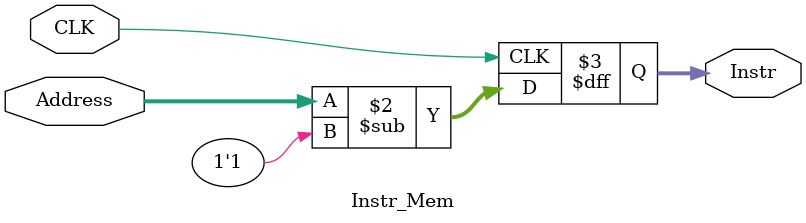
<source format=v>
`timescale 1ns / 1ps


module Instr_Mem(
    input [31:0] Address,
    input CLK,
    output reg [31:0] Instr
    );
    
    always @(posedge CLK)
        begin
            Instr = Address - 1'b1;
        end
endmodule

</source>
